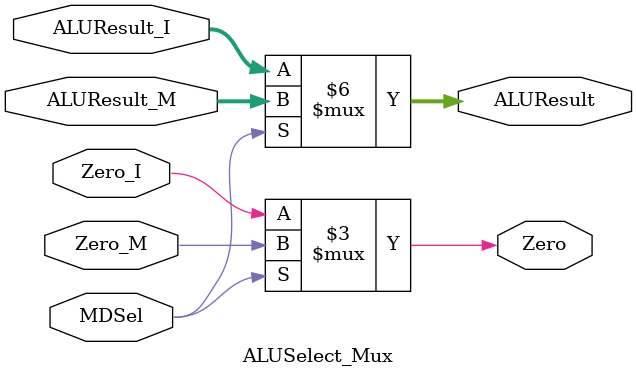
<source format=v>
/*
* Module: ALUSelect_Mux.v
* Description: Selects the final ALU result and Zero flag based on MDSel.
*              This Mux separates critical paths and ensures only one ALU contributes to the 
*              output per instruction, reducing datapath delay and improving branch control
* Author: Aashrith S Narayn
* Date: 13/07/2025
*/

`timescale 1ns / 1ps

//(* dont_touch = "true" *)
module ALUSelect_Mux #(parameter WIDTH = 32)(
    input  wire [WIDTH-1:0] ALUResult_I, ALUResult_M,
    input  wire             Zero_I, Zero_M,
    input  wire             MDSel,
    output reg  [WIDTH-1:0] ALUResult,
    output reg              Zero
    );
    
    always @(*) begin
        if (MDSel) begin                //Takes forward value from RV32M ALU
            ALUResult = ALUResult_M;
            Zero      = Zero_M; 
        end else begin                  //Takes forward value from RV32I ALU
            ALUResult = ALUResult_I;
            Zero      = Zero_I;
        end
    end
    
endmodule

</source>
